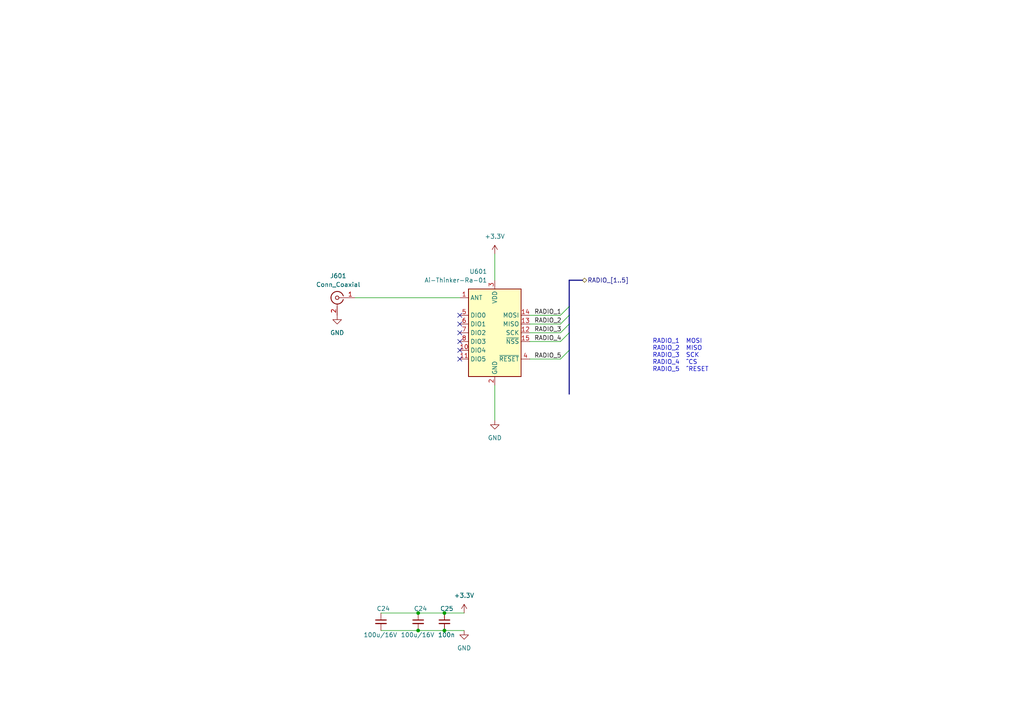
<source format=kicad_sch>
(kicad_sch (version 20231120) (generator "eeschema") (generator_version "8.0")
  (paper "A4")
  (lib_symbols
    (symbol "Connector:Conn_Coaxial" (pin_names (offset 1.016) hide)
      (property "Reference" "J" (at 0.254 3.048 0))
      (property "Value" "Conn_Coaxial" (at 2.921 0 90))
      (symbol "Conn_Coaxial_0_1"
        (arc (start -1.778 -0.508) (mid 0.2311 -1.8066) (end 1.778 0) (stroke (width 0.254)))
        (polyline (pts (xy -2.54 0) (xy -0.508 0)))
        (polyline (pts (xy 0 -2.54) (xy 0 -1.778)))
        (circle (center 0 0) (radius 0.508) (stroke (width 0.2032)))
        (arc (start 1.778 0) (mid 0.2099 1.8101) (end -1.778 0.508) (stroke (width 0.254)))
      )
      (symbol "Conn_Coaxial_1_1"
        (pin passive line (at -5.08 0 0) (length 2.54) (name "In") (number "1"))
        (pin passive line (at 0 -5.08 90) (length 2.54) (name "Ext") (number "2"))
      )
    )
    (symbol "Device:C_Small" (pin_numbers hide) (pin_names (offset 0.254) hide)
      (property "Reference" "C" (at 0.254 1.778 0))
      (property "Value" "C_Small" (at 0.254 -2.032 0))
      (symbol "C_Small_0_1"
        (polyline (pts (xy -1.524 -0.508) (xy 1.524 -0.508)) (stroke (width 0.3302)))
        (polyline (pts (xy -1.524 0.508) (xy 1.524 0.508)) (stroke (width 0.3048)))
      )
      (symbol "C_Small_1_1"
        (pin passive line (at 0 2.54 270) (length 2.032) (name "~") (number "1"))
        (pin passive line (at 0 -2.54 90) (length 2.032) (name "~") (number "2"))
      )
    )
    (symbol "RF_Module:Ai-Thinker-Ra-01"
      (property "Reference" "U" (at 2.54 17.78 0))
      (property "Value" "Ai-Thinker-Ra-01" (at 13.97 -15.24 0))
      (symbol "Ai-Thinker-Ra-01_0_1"
        (rectangle (start -7.62 12.7) (end 7.62 -12.7) (stroke (width 0.254)) (fill (type background)))
      )
      (symbol "Ai-Thinker-Ra-01_1_1"
        (pin passive line (at 10.16 10.16 180) (length 2.54) (name "ANT") (number "1"))
        (pin bidirectional line (at 10.16 -5.08 180) (length 2.54) (name "DIO4") (number "10"))
        (pin bidirectional line (at 10.16 -7.62 180) (length 2.54) (name "DIO5") (number "11"))
        (pin input line (at -10.16 0 0) (length 2.54) (name "SCK") (number "12"))
        (pin output line (at -10.16 2.54 0) (length 2.54) (name "MISO") (number "13"))
        (pin input line (at -10.16 5.08 0) (length 2.54) (name "MOSI") (number "14"))
        (pin input line (at -10.16 -2.54 0) (length 2.54) (name "~{NSS}") (number "15"))
        (pin passive line (at 0 -15.24 90) (length 2.54) hide (name "GND") (number "16"))
        (pin power_in line (at 0 -15.24 90) (length 2.54) (name "GND") (number "2"))
        (pin power_in line (at 0 15.24 270) (length 2.54) (name "VDD") (number "3"))
        (pin input line (at -10.16 -7.62 0) (length 2.54) (name "~{RESET}") (number "4"))
        (pin bidirectional line (at 10.16 5.08 180) (length 2.54) (name "DIO0") (number "5"))
        (pin bidirectional line (at 10.16 2.54 180) (length 2.54) (name "DIO1") (number "6"))
        (pin bidirectional line (at 10.16 0 180) (length 2.54) (name "DIO2") (number "7"))
        (pin bidirectional line (at 10.16 -2.54 180) (length 2.54) (name "DIO3") (number "8"))
        (pin passive line (at 0 -15.24 90) (length 2.54) hide (name "GND") (number "9"))
      )
    )
    (symbol "power:+3.3V" (power) (pin_names (offset 0))
      (property "Value" "+3.3V" (at 0 3.556 0))
      (symbol "+3.3V_0_1"
        (polyline (pts (xy -0.762 1.27) (xy 0 2.54)))
        (polyline (pts (xy 0 0) (xy 0 2.54)))
        (polyline (pts (xy 0 2.54) (xy 0.762 1.27)))
      )
      (symbol "+3.3V_1_1"
        (pin power_in line (at 0 0 90) (length 0) hide (name "+3.3V") (number "1"))
      )
    )
    (symbol "power:GND" (power) (pin_names (offset 0))
      (property "Value" "GND" (at 0 -3.81 0))
      (symbol "GND_0_1"
        (polyline (pts (xy 0 0) (xy 0 -1.27) (xy 1.27 -1.27) (xy 0 -2.54) (xy -1.27 -1.27) (xy 0 -1.27)))
      )
      (symbol "GND_1_1"
        (pin power_in line (at 0 0 270) (length 0) hide (name "GND") (number "1"))
      )
    )
  )
  (junction (at 128.905 182.88))
  (junction (at 121.285 177.8))
  (junction (at 128.905 177.8))
  (junction (at 121.285 182.88))
  (no_connect (at 133.35 99.06))
  (no_connect (at 133.35 93.98))
  (no_connect (at 133.35 101.6))
  (no_connect (at 133.35 104.14))
  (no_connect (at 133.35 91.44))
  (no_connect (at 133.35 96.52))
  (bus_entry (at 162.56 93.98) (size 2.54 -2.54))
  (bus_entry (at 162.56 104.14) (size 2.54 -2.54))
  (bus_entry (at 162.56 99.06) (size 2.54 -2.54))
  (bus_entry (at 162.56 96.52) (size 2.54 -2.54))
  (bus_entry (at 162.56 91.44) (size 2.54 -2.54))
  (wire (pts (xy 134.62 182.88) (xy 128.905 182.88)))
  (bus (pts (xy 165.1 101.6) (xy 165.1 96.52)))
  (wire (pts (xy 110.49 182.88) (xy 121.285 182.88)))
  (wire (pts (xy 102.87 86.36) (xy 133.35 86.36)))
  (bus (pts (xy 165.1 96.52) (xy 165.1 93.98)))
  (wire (pts (xy 143.51 73.66) (xy 143.51 81.28)))
  (wire (pts (xy 153.67 104.14) (xy 162.56 104.14)))
  (bus (pts (xy 165.1 93.98) (xy 165.1 91.44)))
  (wire (pts (xy 153.67 96.52) (xy 162.56 96.52)))
  (bus (pts (xy 165.1 81.28) (xy 168.91 81.28)))
  (bus (pts (xy 165.1 101.6) (xy 165.1 114.3)))
  (wire (pts (xy 121.285 182.88) (xy 128.905 182.88)))
  (wire (pts (xy 110.49 177.8) (xy 121.285 177.8)))
  (wire (pts (xy 143.51 121.92) (xy 143.51 111.76)))
  (bus (pts (xy 165.1 91.44) (xy 165.1 88.9)))
  (wire (pts (xy 134.62 177.8) (xy 128.905 177.8)))
  (wire (pts (xy 153.67 99.06) (xy 162.56 99.06)))
  (wire (pts (xy 121.285 177.8) (xy 128.905 177.8)))
  (wire (pts (xy 153.67 91.44) (xy 162.56 91.44)))
  (bus (pts (xy 165.1 88.9) (xy 165.1 81.28)))
  (wire (pts (xy 153.67 93.98) (xy 162.56 93.98)))
  (text "RADIO_1  MOSI\nRADIO_2  MISO\nRADIO_3  SCK\nRADIO_4  ^CS\nRADIO_5  ^RESET" (at 189.23 107.95 0) (effects (font (size 1.27 1.27)) (justify left bottom)))
  (label "RADIO_2" (at 154.94 93.98 0))
  (label "RADIO_1" (at 154.94 91.44 0))
  (label "RADIO_4" (at 154.94 99.06 0))
  (label "RADIO_3" (at 154.94 96.52 0))
  (label "RADIO_5" (at 154.94 104.14 0))
  (hierarchical_label "RADIO_[1..5]" (shape bidirectional) (at 168.91 81.28 0))
  (symbol (lib_id "Device:C_Small") (at 121.285 180.34 0) (unit 1)
    (property "Reference" "C24" (at 120.015 176.53 0) (effects (justify left)))
    (property "Value" "100u/16V" (at 116.205 184.15 0) (effects (justify left)))
    (property "Footprint" "Capacitor_SMD:C_1210_3225Metric" (effects (hide yes)))
    (property "LCSC" "C90143" (effects (hide yes)))
    (instances (project "NIKOLA-02-E-001_PCAScannerController_R1" (path "" (reference "C24") (unit 1))) (project "Robuoy" (path "" (reference "C602") (unit 1))))
  )
  (symbol (lib_id "power:+3.3V") (at 143.51 73.66 0) (unit 1)
    (property "Reference" "#PWR0604" (effects (hide yes)))
    (property "Value" "+3.3V" (at 143.51 68.58 0))
  )
  (symbol (lib_id "power:GND") (at 97.79 91.44 0) (unit 1)
    (property "Reference" "#PWR0601" (effects (hide yes)))
    (property "Value" "GND" (at 97.79 96.52 0))
  )
  (symbol (lib_id "power:GND") (at 134.62 182.88 0) (unit 1)
    (property "Reference" "#PWR0603" (effects (hide yes)))
    (property "Value" "GND" (at 134.62 187.96 0))
  )
  (symbol (lib_id "Device:C_Small") (at 110.49 180.34 0) (unit 1)
    (property "Reference" "C24" (at 109.22 176.53 0) (effects (justify left)))
    (property "Value" "100u/16V" (at 105.41 184.15 0) (effects (justify left)))
    (property "Footprint" "Capacitor_SMD:C_1210_3225Metric" (effects (hide yes)))
    (property "LCSC" "C90143" (effects (hide yes)))
    (instances (project "NIKOLA-02-E-001_PCAScannerController_R1" (path "" (reference "C24") (unit 1))) (project "Robuoy" (path "" (reference "C601") (unit 1))))
  )
  (symbol (lib_id "power:+3.3V") (at 134.62 177.8 0) (unit 1)
    (property "Reference" "#PWR0602" (effects (hide yes)))
    (property "Value" "+3.3V" (at 134.62 172.72 0))
  )
  (symbol (lib_id "power:GND") (at 143.51 121.92 0) (unit 1)
    (property "Reference" "#PWR0605" (effects (hide yes)))
    (property "Value" "GND" (at 143.51 127 0))
  )
  (symbol (lib_id "Connector:Conn_Coaxial") (at 97.79 86.36 0) (mirror y) (unit 1)
    (property "Reference" "J601" (at 98.1074 80.01 0))
    (property "Value" "Conn_Coaxial" (at 98.1074 82.55 0))
    (property "Footprint" "Connector_Coaxial:U.FL_Hirose_U.FL-R-SMT-1_Vertical" (effects (hide yes)))
    (property "Datasheet" " ~" (effects (hide yes)))
    (property "LCSC" "C88374" (effects (hide yes)))
  )
  (symbol (lib_id "Device:C_Small") (at 128.905 180.34 0) (unit 1)
    (property "Reference" "C25" (at 127.635 176.53 0) (effects (justify left)))
    (property "Value" "100n" (at 127 184.15 0) (effects (justify left)))
    (property "Footprint" "A_Device:C_0603" (effects (hide yes)))
    (property "LCSC" "C14663" (effects (hide yes)))
    (instances (project "NIKOLA-02-E-001_PCAScannerController_R1" (path "" (reference "C25") (unit 1))) (project "Robuoy" (path "" (reference "C603") (unit 1))))
  )
  (symbol (lib_id "RF_Module:Ai-Thinker-Ra-01") (at 143.51 96.52 0) (mirror y) (unit 1)
    (property "Reference" "U601" (at 141.3159 78.74 0) (effects (justify left)))
    (property "Value" "Ai-Thinker-Ra-01" (at 141.3159 81.28 0) (effects (justify left)))
    (property "Footprint" "RF_Module:Ai-Thinker-Ra-01-LoRa" (effects (hide yes)))
    (property "Datasheet" "http://wiki.ai-thinker.com/_media/lora/docs/c047ps01a1_ra-01_product_specification_v1.1.pdf" (effects (hide yes)))
    (property "LCSC" "C90040" (effects (hide yes)))
  )
)
</source>
